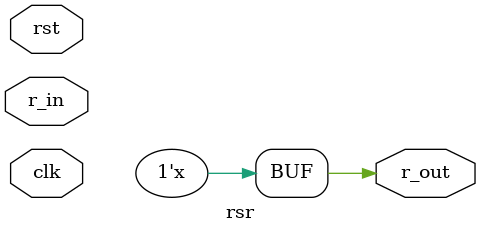
<source format=v>
/* Generated by Yosys 0.9 (git sha1 1979e0b1, i686-w64-mingw32.static-g++ 5.5.0 -Os) */

module rsr(clk, rst, r_in, r_out);
  input clk;
  input r_in;
  output r_out;
  input rst;
  assign r_out = 1'hx;
endmodule

</source>
